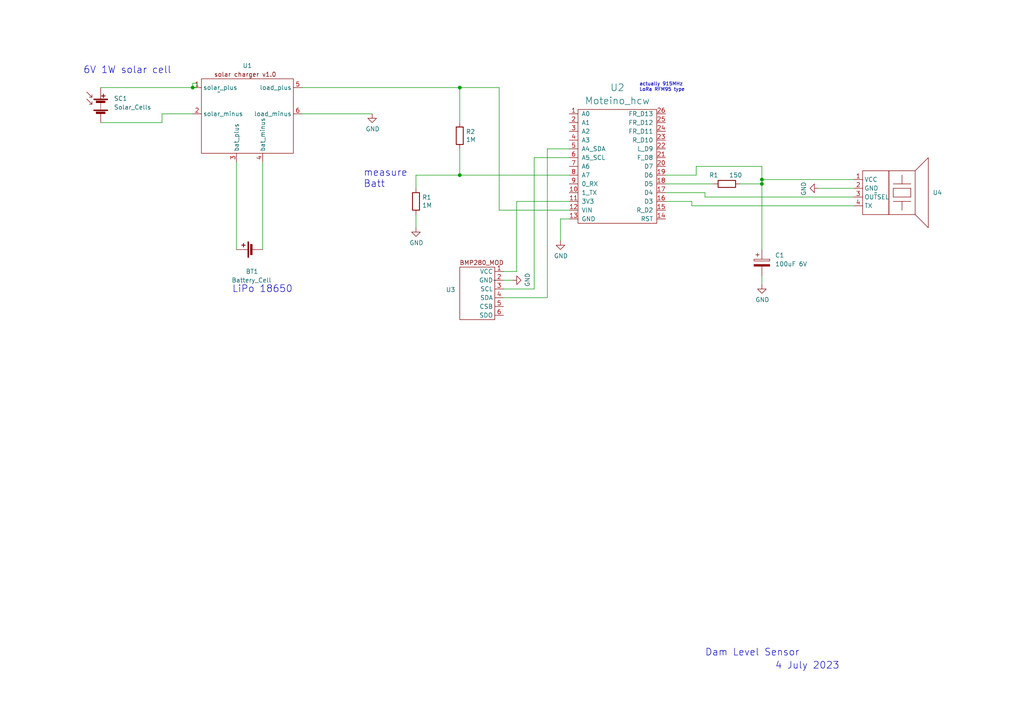
<source format=kicad_sch>
(kicad_sch (version 20230121) (generator eeschema)
  (paper "A4")
  (lib_symbols
    (symbol "Device:Battery_Cell" (pin_numbers hide) (pin_names (offset 0) hide)
      (property "Reference" "BT" (at 2.54 2.54 0))
      (property "Value" "Battery_Cell" (at 2.54 0 0))
      (symbol "Battery_Cell_0_1"
        (rectangle (start -2.286 1.778) (end 2.286 1.524) (fill (type outline)))
        (rectangle (start -1.524 1.016) (end 1.524 0.508) (fill (type outline)))
        (polyline (pts (xy 0 0.762) (xy 0 0)))
        (polyline (pts (xy 0 1.778) (xy 0 2.54)))
        (polyline (pts (xy 0.762 3.048) (xy 1.778 3.048)) (stroke (width 0.254)))
        (polyline (pts (xy 1.27 3.556) (xy 1.27 2.54)) (stroke (width 0.254)))
      )
      (symbol "Battery_Cell_1_1"
        (pin passive line (at 0 5.08 270) (length 2.54) (name "+") (number "1"))
        (pin passive line (at 0 -2.54 90) (length 2.54) (name "-") (number "2"))
      )
    )
    (symbol "Device:C_Polarized" (pin_numbers hide) (pin_names (offset 0.254))
      (property "Reference" "C" (at 0.635 2.54 0))
      (property "Value" "C_Polarized" (at 0.635 -2.54 0))
      (symbol "C_Polarized_0_1"
        (rectangle (start -2.286 0.508) (end 2.286 1.016))
        (polyline (pts (xy -1.778 2.286) (xy -0.762 2.286)))
        (polyline (pts (xy -1.27 2.794) (xy -1.27 1.778)))
        (rectangle (start 2.286 -0.508) (end -2.286 -1.016) (fill (type outline)))
      )
      (symbol "C_Polarized_1_1"
        (pin passive line (at 0 3.81 270) (length 2.794) (name "~") (number "1"))
        (pin passive line (at 0 -3.81 90) (length 2.794) (name "~") (number "2"))
      )
    )
    (symbol "Device:R" (pin_numbers hide) (pin_names (offset 0))
      (property "Reference" "R" (at 2.032 0 90))
      (property "Value" "R" (at 0 0 90))
      (symbol "R_0_1"
        (rectangle (start -1.016 -2.54) (end 1.016 2.54) (stroke (width 0.254)))
      )
      (symbol "R_1_1"
        (pin passive line (at 0 3.81 270) (length 1.27) (name "~") (number "1"))
        (pin passive line (at 0 -3.81 90) (length 1.27) (name "~") (number "2"))
      )
    )
    (symbol "Device:Solar_Cells" (pin_numbers hide) (pin_names (offset 0) hide)
      (property "Reference" "SC" (at 2.54 2.54 0))
      (property "Value" "Solar_Cells" (at 2.54 0 0))
      (symbol "Solar_Cells_0_1"
        (rectangle (start -2.032 -1.397) (end 2.032 -1.651) (fill (type outline)))
        (rectangle (start -2.032 1.778) (end 2.032 1.524) (fill (type outline)))
        (rectangle (start -1.3208 -1.9812) (end 1.27 -2.4892) (fill (type outline)))
        (rectangle (start -1.3208 1.1938) (end 1.27 0.6858) (fill (type outline)))
        (polyline (pts (xy -2.54 0.254) (xy -4.064 1.778)))
        (polyline (pts (xy -2.54 2.286) (xy -4.064 3.81)))
        (polyline (pts (xy 0 -1.524) (xy 0 -1.27)))
        (polyline (pts (xy 0 -1.016) (xy 0 -0.762)))
        (polyline (pts (xy 0 -0.508) (xy 0 -0.254)))
        (polyline (pts (xy 0 0) (xy 0 0.254)))
        (polyline (pts (xy 0 0.508) (xy 0 0.762)))
        (polyline (pts (xy 0 1.778) (xy 0 2.54)))
        (polyline (pts (xy 0.254 2.667) (xy 1.27 2.667)) (stroke (width 0.254)))
        (polyline (pts (xy 0.762 3.175) (xy 0.762 2.159)) (stroke (width 0.254)))
        (polyline (pts (xy -2.54 1.016) (xy -2.54 0.254) (xy -3.302 0.254)))
        (polyline (pts (xy -2.54 3.048) (xy -2.54 2.286) (xy -3.302 2.286)))
      )
      (symbol "Solar_Cells_1_1"
        (pin passive line (at 0 5.08 270) (length 2.54) (name "+") (number "1"))
        (pin passive line (at 0 -5.08 90) (length 2.54) (name "-") (number "2"))
      )
    )
    (symbol "New_Library:A01NYUB"
      (property "Reference" "U" (at 0 0 0))
      (symbol "A01NYUB_0_1"
        (rectangle (start -3.81 6.35) (end 3.81 -6.35))
        (polyline (pts (xy 5.08 -2.54) (xy 10.16 -2.54)))
        (polyline (pts (xy 5.08 2.54) (xy 10.16 2.54)))
        (polyline (pts (xy 7.62 -2.54) (xy 7.62 -5.08)))
        (polyline (pts (xy 7.62 2.54) (xy 7.62 5.08)))
        (polyline (pts (xy 11.43 6.35) (xy 15.24 10.16) (xy 15.24 -10.16) (xy 11.43 -6.35)))
        (rectangle (start 3.81 6.35) (end 11.43 -6.35))
        (rectangle (start 5.08 1.27) (end 10.16 -1.27))
      )
      (symbol "A01NYUB_1_1"
        (pin input line (at -6.35 3.81 0) (length 2.54) (name "VCC") (number "1"))
        (pin input line (at -6.35 1.27 0) (length 2.54) (name "GND") (number "2"))
        (pin input line (at -6.35 -1.27 0) (length 2.54) (name "OUTSEL") (number "3"))
        (pin output line (at -6.35 -3.81 0) (length 2.54) (name "TX") (number "4"))
      )
    )
    (symbol "New_Library:BMP280_mod"
      (property "Reference" "U" (at 0 0 0))
      (symbol "BMP280_mod_0_1"
        (rectangle (start 0 3.81) (end 10.16 -11.43))
      )
      (symbol "BMP280_mod_1_1"
        (text "BMP280_MOD" (at 3.81 5.08 0) (effects (font (size 1.27 1.27))))
        (pin input line (at -2.54 2.54 0) (length 2.54) (name "VCC") (number "1"))
        (pin input line (at -2.54 0 0) (length 2.54) (name "GND") (number "2"))
        (pin input line (at -2.54 -2.54 0) (length 2.54) (name "SCL") (number "3"))
        (pin bidirectional line (at -2.54 -5.08 0) (length 2.54) (name "SDA") (number "4"))
        (pin bidirectional line (at -2.54 -7.62 0) (length 2.54) (name "CSB") (number "5"))
        (pin output line (at -2.54 -10.16 0) (length 2.54) (name "SDO") (number "6"))
      )
    )
    (symbol "New_Library:solarcharger"
      (property "Reference" "U" (at 0 0 0))
      (symbol "solarcharger_1_1"
        (rectangle (start -13.97 7.62) (end 12.7 -13.97))
        (text "solar charger v1.0" (at -1.27 8.89 0) (effects (font (size 1.27 1.27))))
        (pin input line (at -16.51 5.08 0) (length 2.54) (name "solar_plus") (number "1"))
        (pin input line (at -16.51 -2.54 0) (length 2.54) (name "solar_minus") (number "2"))
        (pin output line (at -3.81 -16.51 90) (length 2.54) (name "bat_plus") (number "3"))
        (pin output line (at 3.81 -16.51 90) (length 2.54) (name "bat_minus") (number "4"))
        (pin power_out line (at 15.24 5.08 180) (length 2.54) (name "load_plus") (number "5"))
        (pin power_out line (at 15.24 -2.54 180) (length 2.54) (name "load_minus") (number "6"))
      )
    )
    (symbol "power:GND" (power) (pin_names (offset 0))
      (property "Value" "GND" (at 0 -3.81 0))
      (symbol "GND_0_1"
        (polyline (pts (xy 0 0) (xy 0 -1.27) (xy 1.27 -1.27) (xy 0 -2.54) (xy -1.27 -1.27) (xy 0 -1.27)))
      )
      (symbol "GND_1_1"
        (pin power_in line (at 0 0 270) (length 0) hide (name "GND") (number "1"))
      )
    )
    (symbol "swinggate_sch:Moteino_hcw" (pin_names (offset 1.016))
      (property "Reference" "U" (at -2.54 20.32 0))
      (property "Value" "Moteino_hcw" (at 0 -19.05 0))
      (symbol "Moteino_hcw_0_1"
        (rectangle (start 11.43 -16.51) (end -11.43 16.51))
      )
      (symbol "Moteino_hcw_1_1"
        (pin bidirectional line (at -13.97 15.24 0) (length 2.54) (name "A0") (number "1"))
        (pin bidirectional line (at -13.97 -7.62 0) (length 2.54) (name "1_TX") (number "10"))
        (pin power_in line (at -13.97 -10.16 0) (length 2.54) (name "3V3") (number "11"))
        (pin power_in line (at -13.97 -12.7 0) (length 2.54) (name "VIN") (number "12"))
        (pin power_in line (at -13.97 -15.24 0) (length 2.54) (name "GND") (number "13"))
        (pin input line (at 13.97 -15.24 180) (length 2.54) (name "RST") (number "14"))
        (pin bidirectional line (at 13.97 -12.7 180) (length 2.54) (name "R_D2") (number "15"))
        (pin bidirectional line (at 13.97 -10.16 180) (length 2.54) (name "D3") (number "16"))
        (pin bidirectional line (at 13.97 -7.62 180) (length 2.54) (name "D4") (number "17"))
        (pin bidirectional line (at 13.97 -5.08 180) (length 2.54) (name "D5") (number "18"))
        (pin bidirectional line (at 13.97 -2.54 180) (length 2.54) (name "D6") (number "19"))
        (pin bidirectional line (at -13.97 12.7 0) (length 2.54) (name "A1") (number "2"))
        (pin bidirectional line (at 13.97 0 180) (length 2.54) (name "D7") (number "20"))
        (pin bidirectional line (at 13.97 2.54 180) (length 2.54) (name "F_D8") (number "21"))
        (pin output line (at 13.97 5.08 180) (length 2.54) (name "L_D9") (number "22"))
        (pin bidirectional line (at 13.97 7.62 180) (length 2.54) (name "R_D10") (number "23"))
        (pin bidirectional line (at 13.97 10.16 180) (length 2.54) (name "FR_D11") (number "24"))
        (pin bidirectional line (at 13.97 12.7 180) (length 2.54) (name "FR_D12") (number "25"))
        (pin bidirectional line (at 13.97 15.24 180) (length 2.54) (name "FR_D13") (number "26"))
        (pin bidirectional line (at -13.97 10.16 0) (length 2.54) (name "A2") (number "3"))
        (pin bidirectional line (at -13.97 7.62 0) (length 2.54) (name "A3") (number "4"))
        (pin bidirectional line (at -13.97 5.08 0) (length 2.54) (name "A4_SDA") (number "5"))
        (pin bidirectional line (at -13.97 2.54 0) (length 2.54) (name "A5_SCL") (number "6"))
        (pin input line (at -13.97 0 0) (length 2.54) (name "A6") (number "7"))
        (pin input line (at -13.97 -2.54 0) (length 2.54) (name "A7") (number "8"))
        (pin bidirectional line (at -13.97 -5.08 0) (length 2.54) (name "0_RX") (number "9"))
      )
    )
  )
  (junction (at 220.98 53.34))
  (junction (at 220.98 52.07))
  (junction (at 55.88 25.4))
  (junction (at 133.35 25.4))
  (junction (at 133.35 50.8))
  (wire (pts (xy 214.63 53.34) (xy 220.98 53.34)))
  (wire (pts (xy 146.05 86.36) (xy 158.75 86.36)))
  (wire (pts (xy 200.66 59.69) (xy 200.66 58.42)))
  (wire (pts (xy 220.98 80.01) (xy 220.98 82.55)))
  (wire (pts (xy 76.2 46.99) (xy 76.2 72.39)))
  (wire (pts (xy 120.65 66.04) (xy 120.65 62.23)))
  (wire (pts (xy 57.15 24.13) (xy 57.15 25.4)))
  (wire (pts (xy 146.05 78.74) (xy 149.86 78.74)))
  (wire (pts (xy 158.75 43.18) (xy 165.1 43.18)))
  (wire (pts (xy 46.99 33.02) (xy 46.99 35.56)))
  (wire (pts (xy 154.94 83.82) (xy 154.94 45.72)))
  (wire (pts (xy 133.35 25.4) (xy 133.35 35.56)))
  (wire (pts (xy 162.56 63.5) (xy 162.56 69.85)))
  (wire (pts (xy 55.88 33.02) (xy 46.99 33.02)))
  (wire (pts (xy 68.58 46.99) (xy 68.58 72.39)))
  (wire (pts (xy 193.04 50.8) (xy 201.93 50.8)))
  (wire (pts (xy 146.05 81.28) (xy 148.59 81.28)))
  (wire (pts (xy 237.49 54.61) (xy 247.65 54.61)))
  (wire (pts (xy 55.88 24.13) (xy 55.88 25.4)))
  (wire (pts (xy 220.98 53.34) (xy 220.98 72.39)))
  (wire (pts (xy 158.75 86.36) (xy 158.75 43.18)))
  (wire (pts (xy 133.35 25.4) (xy 87.63 25.4)))
  (wire (pts (xy 204.47 57.15) (xy 204.47 55.88)))
  (wire (pts (xy 204.47 55.88) (xy 193.04 55.88)))
  (wire (pts (xy 165.1 58.42) (xy 149.86 58.42)))
  (wire (pts (xy 57.15 24.13) (xy 55.88 24.13)))
  (wire (pts (xy 144.78 60.96) (xy 144.78 25.4)))
  (wire (pts (xy 193.04 53.34) (xy 207.01 53.34)))
  (wire (pts (xy 149.86 58.42) (xy 149.86 78.74)))
  (wire (pts (xy 120.65 50.8) (xy 120.65 54.61)))
  (wire (pts (xy 220.98 48.26) (xy 220.98 52.07)))
  (wire (pts (xy 57.15 25.4) (xy 55.88 25.4)))
  (wire (pts (xy 146.05 83.82) (xy 154.94 83.82)))
  (wire (pts (xy 55.88 25.4) (xy 29.21 25.4)))
  (wire (pts (xy 154.94 45.72) (xy 165.1 45.72)))
  (wire (pts (xy 193.04 58.42) (xy 200.66 58.42)))
  (wire (pts (xy 165.1 63.5) (xy 162.56 63.5)))
  (wire (pts (xy 201.93 48.26) (xy 220.98 48.26)))
  (wire (pts (xy 247.65 57.15) (xy 204.47 57.15)))
  (wire (pts (xy 133.35 50.8) (xy 133.35 43.18)))
  (wire (pts (xy 46.99 35.56) (xy 29.21 35.56)))
  (wire (pts (xy 247.65 59.69) (xy 200.66 59.69)))
  (wire (pts (xy 220.98 52.07) (xy 220.98 53.34)))
  (wire (pts (xy 120.65 50.8) (xy 133.35 50.8)))
  (wire (pts (xy 144.78 25.4) (xy 133.35 25.4)))
  (wire (pts (xy 87.63 33.02) (xy 107.95 33.02)))
  (wire (pts (xy 133.35 50.8) (xy 165.1 50.8)))
  (wire (pts (xy 144.78 60.96) (xy 165.1 60.96)))
  (wire (pts (xy 201.93 50.8) (xy 201.93 48.26)))
  (wire (pts (xy 247.65 52.07) (xy 220.98 52.07)))
  (text "actually 915MHz\nLoRa RFM95 type\n" (at 185.42 26.67 0) (effects (font (size 0.9906 0.9906)) (justify left bottom)))
  (text "measure\nBatt" (at 105.41 54.61 0) (effects (font (size 2.0066 2.0066)) (justify left bottom)))
  (text "4 July 2023\n" (at 224.79 194.31 0) (effects (font (size 2.0066 2.0066)) (justify left bottom)))
  (text "6V 1W solar cell" (at 24.13 21.59 0) (effects (font (size 2 2)) (justify left bottom)))
  (text "Dam Level Sensor" (at 204.47 190.5 0) (effects (font (size 2 2)) (justify left bottom)))
  (text "LiPo 18650" (at 67.31 85.09 0) (effects (font (size 2 2)) (justify left bottom)))
  (symbol (lib_id "Device:R") (at 133.35 39.37 0) (unit 1)
    (property "Reference" "R2" (at 135.128 38.2016 0) (effects (justify left)))
    (property "Value" "1M" (at 135.128 40.513 0) (effects (justify left)))
    (property "Footprint" "Resistor_SMD:R_0805_2012Metric_Pad1.15x1.40mm_HandSolder" (effects hide))
  )
  (symbol (lib_id "Device:R") (at 120.65 58.42 0) (unit 1)
    (property "Reference" "R1" (at 122.428 57.2516 0) (effects (justify left)))
    (property "Value" "1M" (at 122.428 59.563 0) (effects (justify left)))
    (property "Footprint" "Resistor_SMD:R_0805_2012Metric_Pad1.15x1.40mm_HandSolder" (effects hide))
  )
  (symbol (lib_id "power:GND") (at 107.95 33.02 0) (unit 1)
    (property "Reference" "#PWR013" (effects hide))
    (property "Value" "GND" (at 108.077 37.4142 0))
  )
  (symbol (lib_id "power:GND") (at 162.56 69.85 0) (unit 1)
    (property "Reference" "#PWR016" (effects hide))
    (property "Value" "GND" (at 162.687 74.2442 0))
  )
  (symbol (lib_id "power:GND") (at 120.65 66.04 0) (unit 1)
    (property "Reference" "#PWR02" (effects hide))
    (property "Value" "GND" (at 120.777 70.4342 0))
  )
  (symbol (lib_id "Device:Battery_Cell") (at 73.66 72.39 90) (unit 1)
    (property "Reference" "BT1" (at 74.93 78.74 90) (effects (justify left)))
    (property "Value" "Battery_Cell" (at 78.74 81.28 90) (effects (justify left)))
  )
  (symbol (lib_id "New_Library:A01NYUB") (at 254 55.88 0) (unit 1)
    (property "Reference" "U4" (at 270.51 55.88 0) (effects (justify left)))
    (property "Value" "~" (at 254 55.88 0))
  )
  (symbol (lib_id "swinggate_sch:Moteino_hcw") (at 179.07 48.26 0) (unit 1)
    (property "Reference" "U2" (at 179.07 25.4 0) (effects (font (size 2.0066 2.0066))))
    (property "Value" "Moteino_hcw" (at 179.07 29.21 0) (effects (font (size 2.0066 2.0066))))
  )
  (symbol (lib_id "New_Library:BMP280_mod") (at 143.51 81.28 0) (mirror y) (unit 1)
    (property "Reference" "U3" (at 132.08 84.0382 0) (effects (justify left)))
    (property "Value" "~" (at 143.51 81.28 0))
  )
  (symbol (lib_id "power:GND") (at 220.98 82.55 0) (unit 1)
    (property "Reference" "#PWR01" (effects hide))
    (property "Value" "GND" (at 221.107 86.9442 0))
  )
  (symbol (lib_id "power:GND") (at 237.49 54.61 270) (unit 1)
    (property "Reference" "#PWR03" (effects hide))
    (property "Value" "GND" (at 233.0958 54.737 0))
  )
  (symbol (lib_id "New_Library:solarcharger") (at 72.39 30.48 0) (unit 1)
    (property "Reference" "U1" (at 71.755 19.05 0))
    (property "Value" "~" (at 63.5 26.67 0))
  )
  (symbol (lib_id "Device:C_Polarized") (at 220.98 76.2 0) (unit 1)
    (property "Reference" "C1" (at 224.79 74.041 0) (effects (justify left)))
    (property "Value" "100uF 6V" (at 224.79 76.581 0) (effects (justify left)))
  )
  (symbol (lib_id "Device:R") (at 210.82 53.34 90) (unit 1)
    (property "Reference" "R1" (at 207.01 50.8 90))
    (property "Value" "150" (at 213.36 50.8 90))
  )
  (symbol (lib_id "power:GND") (at 148.59 81.28 90) (unit 1)
    (property "Reference" "#PWR04" (effects hide))
    (property "Value" "GND" (at 152.9842 81.153 0))
  )
  (symbol (lib_id "Device:Solar_Cells") (at 29.21 30.48 0) (unit 1)
    (property "Reference" "SC1" (at 33.02 28.575 0) (effects (justify left)))
    (property "Value" "Solar_Cells" (at 33.02 31.115 0) (effects (justify left)))
  )
)
</source>
